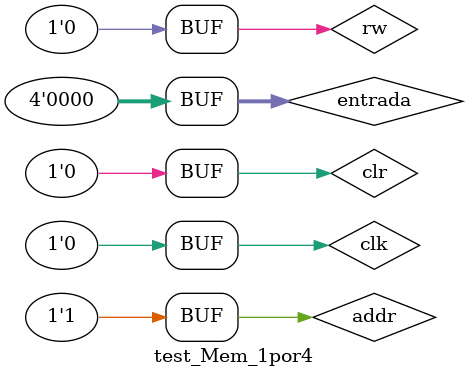
<source format=v>

   
	`include "1x2.v"

// ------------------------------- 

		 module Mem_1por4 (output [3:0]saida, input [3:0]entrada, input clk, input addr, input rw, input clr);
		
         Mem_1por2 MEM1 (saida[1:0], entrada[1:0], clk, addr, rw, clr);
		   Mem_1por2 MEM2 (saida[3:2], entrada[3:2], clk, addr, rw, clr);
		  
       endmodule // Mem_1por4
		 
// ------------------------- 
// -- test Mem_1por4
// -------------------------
    
	  module test_Mem_1por4; 

// ------------------------- definir dados 
    
	  reg [3:0]entrada;
	  reg clk;
	  reg addr;
	  reg rw;
	  reg clr; 
	  wire [3:0]saida;
	 
// ------------------------- instancia 
	 
     Mem_1por4 modulo (saida, entrada, clk, addr, rw, clr);
	  
// ------------------------- parte principal 
    
	 initial begin

      $display("Memória RAM 1x4 \n");
      $display("Entrada\tClk\tAddr\tR/W\tClr\tSaida\n");
		 #1 entrada = 1100;  clk = 0;  addr = 0;  rw = 0;  clr = 1;
		$monitor("%4b\t%1b\t%1b\t%1b\t%1b\t%4b",entrada, clk, addr, rw, clr, saida);
		 #1 entrada = 1100;  clk = 1;  addr = 1;  rw = 1;  clr = 0;
		 #1 entrada = 0000;  clk = 0;  addr = 1;  rw = 0;  clr = 0;

     end		 
	endmodule // Mem_1por4 
			 
		 

</source>
